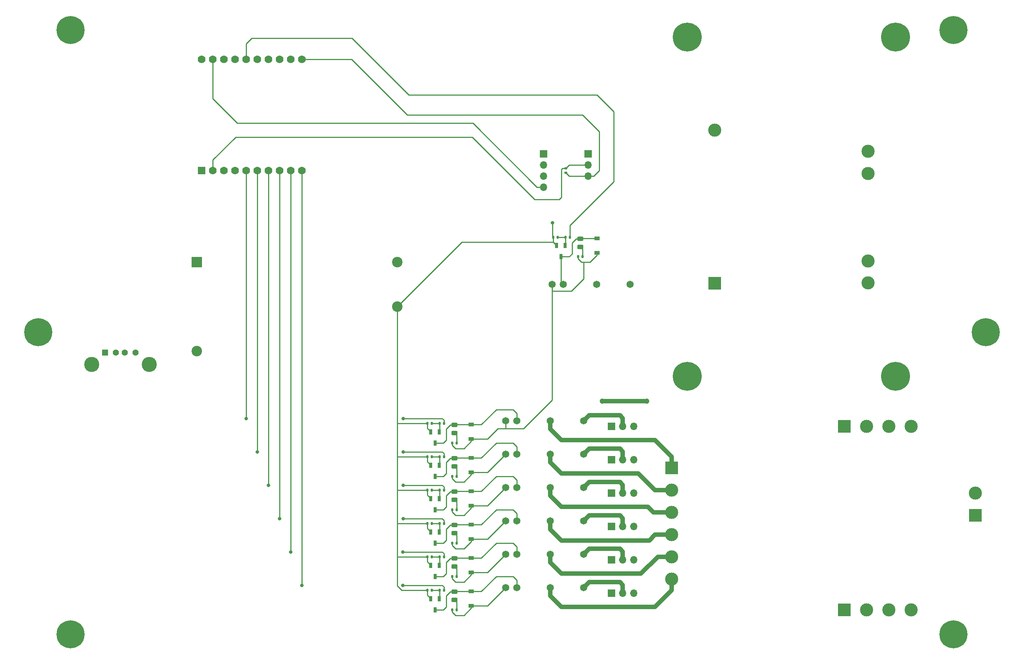
<source format=gbr>
%TF.GenerationSoftware,KiCad,Pcbnew,(6.0.0-0)*%
%TF.CreationDate,2022-12-23T14:22:00+01:00*%
%TF.ProjectId,garden-box,67617264-656e-42d6-926f-782e6b696361,rev?*%
%TF.SameCoordinates,Original*%
%TF.FileFunction,Copper,L1,Top*%
%TF.FilePolarity,Positive*%
%FSLAX46Y46*%
G04 Gerber Fmt 4.6, Leading zero omitted, Abs format (unit mm)*
G04 Created by KiCad (PCBNEW (6.0.0-0)) date 2022-12-23 14:22:00*
%MOMM*%
%LPD*%
G01*
G04 APERTURE LIST*
G04 Aperture macros list*
%AMRoundRect*
0 Rectangle with rounded corners*
0 $1 Rounding radius*
0 $2 $3 $4 $5 $6 $7 $8 $9 X,Y pos of 4 corners*
0 Add a 4 corners polygon primitive as box body*
4,1,4,$2,$3,$4,$5,$6,$7,$8,$9,$2,$3,0*
0 Add four circle primitives for the rounded corners*
1,1,$1+$1,$2,$3*
1,1,$1+$1,$4,$5*
1,1,$1+$1,$6,$7*
1,1,$1+$1,$8,$9*
0 Add four rect primitives between the rounded corners*
20,1,$1+$1,$2,$3,$4,$5,0*
20,1,$1+$1,$4,$5,$6,$7,0*
20,1,$1+$1,$6,$7,$8,$9,0*
20,1,$1+$1,$8,$9,$2,$3,0*%
G04 Aperture macros list end*
%TA.AperFunction,SMDPad,CuDef*%
%ADD10R,1.200000X0.900000*%
%TD*%
%TA.AperFunction,SMDPad,CuDef*%
%ADD11RoundRect,0.243750X-0.456250X0.243750X-0.456250X-0.243750X0.456250X-0.243750X0.456250X0.243750X0*%
%TD*%
%TA.AperFunction,ComponentPad*%
%ADD12R,1.700000X1.700000*%
%TD*%
%TA.AperFunction,ComponentPad*%
%ADD13O,1.700000X1.700000*%
%TD*%
%TA.AperFunction,ComponentPad*%
%ADD14R,2.400000X2.400000*%
%TD*%
%TA.AperFunction,ComponentPad*%
%ADD15C,2.400000*%
%TD*%
%TA.AperFunction,ComponentPad*%
%ADD16C,6.400000*%
%TD*%
%TA.AperFunction,ComponentPad*%
%ADD17C,0.800000*%
%TD*%
%TA.AperFunction,SMDPad,CuDef*%
%ADD18R,0.700000X1.250013*%
%TD*%
%TA.AperFunction,SMDPad,CuDef*%
%ADD19RoundRect,0.135000X-0.135000X-0.185000X0.135000X-0.185000X0.135000X0.185000X-0.135000X0.185000X0*%
%TD*%
%TA.AperFunction,ComponentPad*%
%ADD20R,3.000000X3.000000*%
%TD*%
%TA.AperFunction,ComponentPad*%
%ADD21C,3.000000*%
%TD*%
%TA.AperFunction,ComponentPad*%
%ADD22C,1.650000*%
%TD*%
%TA.AperFunction,ComponentPad*%
%ADD23R,1.778000X1.778000*%
%TD*%
%TA.AperFunction,ComponentPad*%
%ADD24C,1.778000*%
%TD*%
%TA.AperFunction,ComponentPad*%
%ADD25R,1.431000X1.431000*%
%TD*%
%TA.AperFunction,ComponentPad*%
%ADD26C,1.431000*%
%TD*%
%TA.AperFunction,ComponentPad*%
%ADD27C,3.450000*%
%TD*%
%TA.AperFunction,SMDPad,CuDef*%
%ADD28RoundRect,0.135000X0.135000X0.185000X-0.135000X0.185000X-0.135000X-0.185000X0.135000X-0.185000X0*%
%TD*%
%TA.AperFunction,ComponentPad*%
%ADD29C,6.600000*%
%TD*%
%TA.AperFunction,SMDPad,CuDef*%
%ADD30RoundRect,0.135000X-0.185000X0.135000X-0.185000X-0.135000X0.185000X-0.135000X0.185000X0.135000X0*%
%TD*%
%TA.AperFunction,ViaPad*%
%ADD31C,0.800000*%
%TD*%
%TA.AperFunction,ViaPad*%
%ADD32C,1.200000*%
%TD*%
%TA.AperFunction,Conductor*%
%ADD33C,0.250000*%
%TD*%
%TA.AperFunction,Conductor*%
%ADD34C,1.000000*%
%TD*%
G04 APERTURE END LIST*
D10*
%TO.P,D14,1,K*%
%TO.N,+5V*%
X135890000Y-152780000D03*
%TO.P,D14,2,A*%
%TO.N,Net-(D13-Pad1)*%
X135890000Y-149480000D03*
%TD*%
D11*
%TO.P,D13,1,K*%
%TO.N,Net-(D13-Pad1)*%
X132080000Y-149557500D03*
%TO.P,D13,2,A*%
%TO.N,Net-(D13-Pad2)*%
X132080000Y-151432500D03*
%TD*%
D10*
%TO.P,D12,1,K*%
%TO.N,+5V*%
X135890000Y-145160000D03*
%TO.P,D12,2,A*%
%TO.N,Net-(D11-Pad1)*%
X135890000Y-141860000D03*
%TD*%
D11*
%TO.P,D11,1,K*%
%TO.N,Net-(D11-Pad1)*%
X132080000Y-141937500D03*
%TO.P,D11,2,A*%
%TO.N,Net-(D11-Pad2)*%
X132080000Y-143812500D03*
%TD*%
D12*
%TO.P,J4,1,Pin_1*%
%TO.N,/relay transfo/Output 1*%
X167918080Y-111770000D03*
D13*
%TO.P,J4,2,Pin_2*%
%TO.N,/relay 1/Output 1*%
X170458080Y-111770000D03*
%TO.P,J4,3,Pin_3*%
%TO.N,Net-(J4-Pad3)*%
X172998080Y-111770000D03*
%TD*%
D14*
%TO.P,PS1,1,AC/N*%
%TO.N,Net-(J10-Pad2)*%
X73277500Y-74287500D03*
D15*
%TO.P,PS1,2,AC/L*%
%TO.N,/relay transfo/Output 1*%
X73277500Y-94607500D03*
%TO.P,PS1,3,-Vo*%
%TO.N,GND*%
X118997500Y-84447500D03*
%TO.P,PS1,4,+Vo*%
%TO.N,+5V*%
X118997500Y-74287500D03*
%TD*%
D16*
%TO.P,REF\u002A\u002A,1*%
%TO.N,N/C*%
X245900000Y-159240000D03*
D17*
X247597056Y-157542944D03*
X244202944Y-160937056D03*
X245900000Y-161640000D03*
X247597056Y-160937056D03*
X248300000Y-159240000D03*
X245900000Y-156840000D03*
X243500000Y-159240000D03*
X244202944Y-157542944D03*
%TD*%
D18*
%TO.P,Q7,1,E*%
%TO.N,GND*%
X126685038Y-151150318D03*
%TO.P,Q7,2,B*%
%TO.N,Net-(Q7-Pad2)*%
X128584962Y-151150318D03*
%TO.P,Q7,3,C*%
%TO.N,Net-(D13-Pad1)*%
X127635000Y-153649682D03*
%TD*%
D19*
%TO.P,R11,1*%
%TO.N,Net-(Q4-Pad2)*%
X128660000Y-126365000D03*
%TO.P,R11,2*%
%TO.N,/R3*%
X129680000Y-126365000D03*
%TD*%
%TO.P,R19,1*%
%TO.N,+5V*%
X131570000Y-146050000D03*
%TO.P,R19,2*%
%TO.N,Net-(D11-Pad2)*%
X132590000Y-146050000D03*
%TD*%
%TO.P,R4,1*%
%TO.N,+5V*%
X160272500Y-73023080D03*
%TO.P,R4,2*%
%TO.N,Net-(D1-Pad2)*%
X161292500Y-73023080D03*
%TD*%
D20*
%TO.P,J11,1,Pin_1*%
%TO.N,Net-(J10-Pad2)*%
X220980000Y-153670000D03*
D21*
%TO.P,J11,2,Pin_2*%
X226060000Y-153670000D03*
%TO.P,J11,3,Pin_3*%
X231140000Y-153670000D03*
%TO.P,J11,4,Pin_4*%
X236220000Y-153670000D03*
%TD*%
D12*
%TO.P,J8,1,Pin_1*%
%TO.N,/relay transfo/Output 1*%
X167918080Y-142250000D03*
D13*
%TO.P,J8,2,Pin_2*%
%TO.N,/relay 5/Output 1*%
X170458080Y-142250000D03*
%TO.P,J8,3,Pin_3*%
%TO.N,Net-(J4-Pad3)*%
X172998080Y-142250000D03*
%TD*%
D19*
%TO.P,R2,1*%
%TO.N,Net-(Q1-Pad2)*%
X157362500Y-68578080D03*
%TO.P,R2,2*%
%TO.N,/relay transfo/Logic input*%
X158382500Y-68578080D03*
%TD*%
D22*
%TO.P,K6,1*%
%TO.N,+5V*%
X143773080Y-140980000D03*
%TO.P,K6,2*%
%TO.N,Net-(D11-Pad1)*%
X146313080Y-140980000D03*
%TO.P,K6,5*%
%TO.N,/relay 5/Output 2*%
X153933080Y-140980000D03*
%TO.P,K6,8*%
%TO.N,/relay 5/Output 1*%
X161553080Y-140980000D03*
%TD*%
D11*
%TO.P,D9,1,K*%
%TO.N,Net-(D10-Pad2)*%
X132080000Y-134327500D03*
%TO.P,D9,2,A*%
%TO.N,Net-(D9-Pad2)*%
X132080000Y-136202500D03*
%TD*%
D19*
%TO.P,R20,1*%
%TO.N,Net-(Q7-Pad2)*%
X128660000Y-149225000D03*
%TO.P,R20,2*%
%TO.N,/R6*%
X129680000Y-149225000D03*
%TD*%
%TO.P,R5,1*%
%TO.N,Net-(Q2-Pad2)*%
X128660000Y-111125000D03*
%TO.P,R5,2*%
%TO.N,/R1*%
X129680000Y-111125000D03*
%TD*%
D12*
%TO.P,J9,1,Pin_1*%
%TO.N,/relay transfo/Output 1*%
X167918080Y-149870000D03*
D13*
%TO.P,J9,2,Pin_2*%
%TO.N,/relay 6/Output 1*%
X170458080Y-149870000D03*
%TO.P,J9,3,Pin_3*%
%TO.N,Net-(J4-Pad3)*%
X172998080Y-149870000D03*
%TD*%
D11*
%TO.P,D3,1,K*%
%TO.N,Net-(D3-Pad1)*%
X132080000Y-111457500D03*
%TO.P,D3,2,A*%
%TO.N,Net-(D3-Pad2)*%
X132080000Y-113332500D03*
%TD*%
D18*
%TO.P,Q3,1,E*%
%TO.N,GND*%
X126685038Y-120670318D03*
%TO.P,Q3,2,B*%
%TO.N,Net-(Q3-Pad2)*%
X128584962Y-120670318D03*
%TO.P,Q3,3,C*%
%TO.N,Net-(D5-Pad1)*%
X127635000Y-123169682D03*
%TD*%
D19*
%TO.P,R22,1*%
%TO.N,+5V*%
X131570000Y-153670000D03*
%TO.P,R22,2*%
%TO.N,Net-(D13-Pad2)*%
X132590000Y-153670000D03*
%TD*%
D23*
%TO.P,U1,1,+5V*%
%TO.N,+5V*%
X74425000Y-53380000D03*
D24*
%TO.P,U1,2,+3.3V_(out)*%
%TO.N,+3V3*%
X76965000Y-53380000D03*
%TO.P,U1,3,GND*%
%TO.N,GND*%
X79505000Y-53380000D03*
%TO.P,U1,4,ESP_EN*%
%TO.N,unconnected-(U1-Pad4)*%
X82045000Y-53380000D03*
%TO.P,U1,5,GPIO0*%
%TO.N,/R1*%
X84585000Y-53380000D03*
%TO.P,U1,6,GPIO1*%
%TO.N,/R2*%
X87125000Y-53380000D03*
%TO.P,U1,7,GPIO2*%
%TO.N,/R3*%
X89665000Y-53380000D03*
%TO.P,U1,8,GPIO3*%
%TO.N,/R4*%
X92205000Y-53380000D03*
%TO.P,U1,9,GPIO4*%
%TO.N,/R5*%
X94745000Y-53380000D03*
%TO.P,U1,10,GPIO5*%
%TO.N,/R6*%
X97285000Y-53380000D03*
%TO.P,U1,11,GPIO13*%
%TO.N,Net-(J1-Pad3)*%
X97285000Y-27980000D03*
%TO.P,U1,12,GPIO14*%
%TO.N,unconnected-(U1-Pad12)*%
X94745000Y-27980000D03*
%TO.P,U1,13,GPIO15*%
%TO.N,unconnected-(U1-Pad13)*%
X92205000Y-27980000D03*
%TO.P,U1,14,GPIO16*%
%TO.N,unconnected-(U1-Pad14)*%
X89665000Y-27980000D03*
%TO.P,U1,15,GPIO32*%
%TO.N,unconnected-(U1-Pad15)*%
X87125000Y-27980000D03*
%TO.P,U1,16,GPIO33*%
%TO.N,/relay transfo/Logic input*%
X84585000Y-27980000D03*
%TO.P,U1,17,GPIO34*%
%TO.N,unconnected-(U1-Pad17)*%
X82045000Y-27980000D03*
%TO.P,U1,18,GPIO35*%
%TO.N,unconnected-(U1-Pad18)*%
X79505000Y-27980000D03*
%TO.P,U1,19,GPIO36*%
%TO.N,Net-(J2-Pad4)*%
X76965000Y-27980000D03*
%TO.P,U1,20,GPIO39*%
%TO.N,unconnected-(U1-Pad20)*%
X74425000Y-27980000D03*
%TD*%
D19*
%TO.P,R16,1*%
%TO.N,+5V*%
X131570000Y-138440000D03*
%TO.P,R16,2*%
%TO.N,Net-(D9-Pad2)*%
X132590000Y-138440000D03*
%TD*%
D17*
%TO.P,REF\u002A\u002A,1*%
%TO.N,N/C*%
X44500000Y-161640000D03*
X42802944Y-157542944D03*
X42100000Y-159240000D03*
X46900000Y-159240000D03*
D16*
X44500000Y-159240000D03*
D17*
X44500000Y-156840000D03*
X46197056Y-160937056D03*
X46197056Y-157542944D03*
X42802944Y-160937056D03*
%TD*%
D19*
%TO.P,R7,1*%
%TO.N,+5V*%
X131570000Y-115570000D03*
%TO.P,R7,2*%
%TO.N,Net-(D3-Pad2)*%
X132590000Y-115570000D03*
%TD*%
D12*
%TO.P,J2,1,Pin_1*%
%TO.N,GND*%
X152400000Y-49530000D03*
D13*
%TO.P,J2,2,Pin_2*%
X152400000Y-52070000D03*
%TO.P,J2,3,Pin_3*%
%TO.N,+5V*%
X152400000Y-54610000D03*
%TO.P,J2,4,Pin_4*%
%TO.N,Net-(J2-Pad4)*%
X152400000Y-57150000D03*
%TD*%
D18*
%TO.P,Q6,1,E*%
%TO.N,GND*%
X126685038Y-143530318D03*
%TO.P,Q6,2,B*%
%TO.N,Net-(Q6-Pad2)*%
X128584962Y-143530318D03*
%TO.P,Q6,3,C*%
%TO.N,Net-(D11-Pad1)*%
X127635000Y-146029682D03*
%TD*%
D19*
%TO.P,R13,1*%
%TO.N,+5V*%
X131570000Y-130810000D03*
%TO.P,R13,2*%
%TO.N,Net-(D7-Pad2)*%
X132590000Y-130810000D03*
%TD*%
D25*
%TO.P,J3,1,VBUS*%
%TO.N,+5V*%
X52380000Y-94955000D03*
D26*
%TO.P,J3,2,D-*%
%TO.N,unconnected-(J3-Pad2)*%
X54880000Y-94955000D03*
%TO.P,J3,3,D+*%
%TO.N,unconnected-(J3-Pad3)*%
X56880000Y-94955000D03*
%TO.P,J3,4,GND*%
%TO.N,GND*%
X59380000Y-94955000D03*
D27*
%TO.P,J3,5,Shield*%
X62450000Y-97665000D03*
X49310000Y-97665000D03*
%TD*%
D16*
%TO.P,REF\u002A\u002A,1*%
%TO.N,N/C*%
X44500000Y-21240000D03*
D17*
X42802944Y-19542944D03*
X42802944Y-22937056D03*
X44500000Y-18840000D03*
X44500000Y-23640000D03*
X42100000Y-21240000D03*
X46197056Y-22937056D03*
X46900000Y-21240000D03*
X46197056Y-19542944D03*
%TD*%
D19*
%TO.P,R17,1*%
%TO.N,Net-(Q6-Pad2)*%
X128660000Y-141605000D03*
%TO.P,R17,2*%
%TO.N,/R5*%
X129680000Y-141605000D03*
%TD*%
D18*
%TO.P,Q5,1,E*%
%TO.N,GND*%
X126685038Y-135920318D03*
%TO.P,Q5,2,B*%
%TO.N,Net-(Q5-Pad2)*%
X128584962Y-135920318D03*
%TO.P,Q5,3,C*%
%TO.N,Net-(D10-Pad2)*%
X127635000Y-138419682D03*
%TD*%
D28*
%TO.P,R15,1*%
%TO.N,Net-(Q5-Pad2)*%
X126875000Y-133995000D03*
%TO.P,R15,2*%
%TO.N,GND*%
X125855000Y-133995000D03*
%TD*%
D11*
%TO.P,D7,1,K*%
%TO.N,Net-(D7-Pad1)*%
X132080000Y-126697500D03*
%TO.P,D7,2,A*%
%TO.N,Net-(D7-Pad2)*%
X132080000Y-128572500D03*
%TD*%
D18*
%TO.P,Q1,1,E*%
%TO.N,GND*%
X155387538Y-70503398D03*
%TO.P,Q1,2,B*%
%TO.N,Net-(Q1-Pad2)*%
X157287462Y-70503398D03*
%TO.P,Q1,3,C*%
%TO.N,Net-(D1-Pad1)*%
X156337500Y-73002762D03*
%TD*%
D22*
%TO.P,K2,1*%
%TO.N,+5V*%
X143773080Y-110500000D03*
%TO.P,K2,2*%
%TO.N,Net-(D3-Pad1)*%
X146313080Y-110500000D03*
%TO.P,K2,5*%
%TO.N,/relay 1/Output 2*%
X153933080Y-110500000D03*
%TO.P,K2,8*%
%TO.N,/relay 1/Output 1*%
X161553080Y-110500000D03*
%TD*%
D19*
%TO.P,R8,1*%
%TO.N,Net-(Q3-Pad2)*%
X128660000Y-118745000D03*
%TO.P,R8,2*%
%TO.N,/R2*%
X129680000Y-118745000D03*
%TD*%
D28*
%TO.P,R12,1*%
%TO.N,Net-(Q4-Pad2)*%
X126875000Y-126365000D03*
%TO.P,R12,2*%
%TO.N,GND*%
X125855000Y-126365000D03*
%TD*%
D12*
%TO.P,J1,1,Pin_1*%
%TO.N,GND*%
X162560000Y-49530000D03*
D13*
%TO.P,J1,2,Pin_2*%
%TO.N,+3V3*%
X162560000Y-52070000D03*
%TO.P,J1,3,Pin_3*%
%TO.N,Net-(J1-Pad3)*%
X162560000Y-54610000D03*
%TD*%
D20*
%TO.P,J12,1,Pin_1*%
%TO.N,Net-(J12-Pad1)*%
X220980000Y-111760000D03*
D21*
%TO.P,J12,2,Pin_2*%
X226060000Y-111760000D03*
%TO.P,J12,3,Pin_3*%
X231140000Y-111760000D03*
%TO.P,J12,4,Pin_4*%
X236220000Y-111760000D03*
%TD*%
D20*
%TO.P,T1,1,AA*%
%TO.N,/relay transfo/Output 2*%
X191415000Y-79095000D03*
D21*
%TO.P,T1,2,AB*%
%TO.N,Net-(J10-Pad2)*%
X191415000Y-44095000D03*
%TO.P,T1,3,SA*%
%TO.N,Net-(J4-Pad3)*%
X226415000Y-48995000D03*
%TO.P,T1,4,SB*%
%TO.N,Net-(T1-Pad4)*%
X226415000Y-53995000D03*
%TO.P,T1,5,SC*%
X226415000Y-73995000D03*
%TO.P,T1,6,SD*%
%TO.N,Net-(J12-Pad1)*%
X226415000Y-78995000D03*
D29*
%TO.P,T1,MH1*%
%TO.N,N/C*%
X185165000Y-100345000D03*
%TO.P,T1,MH2*%
X185165000Y-22845000D03*
%TO.P,T1,MH3*%
X232665000Y-22845000D03*
%TO.P,T1,MH4*%
X232665000Y-100345000D03*
%TD*%
D10*
%TO.P,D8,1,K*%
%TO.N,+5V*%
X135890000Y-129920000D03*
%TO.P,D8,2,A*%
%TO.N,Net-(D7-Pad1)*%
X135890000Y-126620000D03*
%TD*%
D20*
%TO.P,J13,1,Pin_1*%
%TO.N,/relay 1/Output 2*%
X181610000Y-121285000D03*
D21*
%TO.P,J13,2,Pin_2*%
%TO.N,/relay 2/Output 2*%
X181610000Y-126365000D03*
%TO.P,J13,3,Pin_3*%
%TO.N,/relay 3/Output 2*%
X181610000Y-131445000D03*
%TO.P,J13,4,Pin_4*%
%TO.N,/relay 4/Output 2*%
X181610000Y-136525000D03*
%TO.P,J13,5,Pin_5*%
%TO.N,/relay 5/Output 2*%
X181610000Y-141605000D03*
%TO.P,J13,6,Pin_6*%
%TO.N,/relay 6/Output 2*%
X181610000Y-146685000D03*
%TD*%
D17*
%TO.P,REF\u002A\u002A,1*%
%TO.N,N/C*%
X38897056Y-88542944D03*
X37200000Y-92640000D03*
X35502944Y-91937056D03*
X34800000Y-90240000D03*
X38897056Y-91937056D03*
X37200000Y-87840000D03*
X39600000Y-90240000D03*
X35502944Y-88542944D03*
D16*
X37200000Y-90240000D03*
%TD*%
D12*
%TO.P,J5,1,Pin_1*%
%TO.N,/relay transfo/Output 1*%
X167918080Y-119390000D03*
D13*
%TO.P,J5,2,Pin_2*%
%TO.N,/relay 2/Output 1*%
X170458080Y-119390000D03*
%TO.P,J5,3,Pin_3*%
%TO.N,Net-(J4-Pad3)*%
X172998080Y-119390000D03*
%TD*%
D17*
%TO.P,REF\u002A\u002A,1*%
%TO.N,N/C*%
X251502944Y-88542944D03*
X253200000Y-92640000D03*
D16*
X253200000Y-90240000D03*
D17*
X254897056Y-88542944D03*
X251502944Y-91937056D03*
X254897056Y-91937056D03*
X250800000Y-90240000D03*
X253200000Y-87840000D03*
X255600000Y-90240000D03*
%TD*%
D22*
%TO.P,K7,1*%
%TO.N,+5V*%
X143773080Y-148600000D03*
%TO.P,K7,2*%
%TO.N,Net-(D13-Pad1)*%
X146313080Y-148600000D03*
%TO.P,K7,5*%
%TO.N,/relay 6/Output 2*%
X153933080Y-148600000D03*
%TO.P,K7,8*%
%TO.N,/relay 6/Output 1*%
X161553080Y-148600000D03*
%TD*%
D12*
%TO.P,J7,1,Pin_1*%
%TO.N,/relay transfo/Output 1*%
X167918080Y-134640000D03*
D13*
%TO.P,J7,2,Pin_2*%
%TO.N,/relay 4/Output 1*%
X170458080Y-134640000D03*
%TO.P,J7,3,Pin_3*%
%TO.N,Net-(J4-Pad3)*%
X172998080Y-134640000D03*
%TD*%
D19*
%TO.P,R14,1*%
%TO.N,Net-(Q5-Pad2)*%
X128660000Y-133995000D03*
%TO.P,R14,2*%
%TO.N,/R4*%
X129680000Y-133995000D03*
%TD*%
D22*
%TO.P,K3,1*%
%TO.N,+5V*%
X143773080Y-118120000D03*
%TO.P,K3,2*%
%TO.N,Net-(D5-Pad1)*%
X146313080Y-118120000D03*
%TO.P,K3,5*%
%TO.N,/relay 2/Output 2*%
X153933080Y-118120000D03*
%TO.P,K3,8*%
%TO.N,/relay 2/Output 1*%
X161553080Y-118120000D03*
%TD*%
D10*
%TO.P,D4,1,K*%
%TO.N,+5V*%
X135890000Y-114680000D03*
%TO.P,D4,2,A*%
%TO.N,Net-(D3-Pad1)*%
X135890000Y-111380000D03*
%TD*%
D22*
%TO.P,K5,1*%
%TO.N,+5V*%
X143773080Y-133370000D03*
%TO.P,K5,2*%
%TO.N,Net-(D10-Pad2)*%
X146313080Y-133370000D03*
%TO.P,K5,5*%
%TO.N,/relay 4/Output 2*%
X153933080Y-133370000D03*
%TO.P,K5,8*%
%TO.N,/relay 4/Output 1*%
X161553080Y-133370000D03*
%TD*%
D12*
%TO.P,J6,1,Pin_1*%
%TO.N,/relay transfo/Output 1*%
X167918080Y-127010000D03*
D13*
%TO.P,J6,2,Pin_2*%
%TO.N,/relay 3/Output 1*%
X170458080Y-127010000D03*
%TO.P,J6,3,Pin_3*%
%TO.N,Net-(J4-Pad3)*%
X172998080Y-127010000D03*
%TD*%
D30*
%TO.P,R1,1*%
%TO.N,+3V3*%
X157480000Y-52830000D03*
%TO.P,R1,2*%
%TO.N,Net-(J1-Pad3)*%
X157480000Y-53850000D03*
%TD*%
D22*
%TO.P,K4,1*%
%TO.N,+5V*%
X143773080Y-125740000D03*
%TO.P,K4,2*%
%TO.N,Net-(D7-Pad1)*%
X146313080Y-125740000D03*
%TO.P,K4,5*%
%TO.N,/relay 3/Output 2*%
X153933080Y-125740000D03*
%TO.P,K4,8*%
%TO.N,/relay 3/Output 1*%
X161553080Y-125740000D03*
%TD*%
D28*
%TO.P,R18,1*%
%TO.N,Net-(Q6-Pad2)*%
X126875000Y-141605000D03*
%TO.P,R18,2*%
%TO.N,GND*%
X125855000Y-141605000D03*
%TD*%
D11*
%TO.P,D1,1,K*%
%TO.N,Net-(D1-Pad1)*%
X160782500Y-68910580D03*
%TO.P,D1,2,A*%
%TO.N,Net-(D1-Pad2)*%
X160782500Y-70785580D03*
%TD*%
D19*
%TO.P,R10,1*%
%TO.N,+5V*%
X131570000Y-123190000D03*
%TO.P,R10,2*%
%TO.N,Net-(D5-Pad2)*%
X132590000Y-123190000D03*
%TD*%
D28*
%TO.P,R21,1*%
%TO.N,Net-(Q7-Pad2)*%
X126875000Y-149225000D03*
%TO.P,R21,2*%
%TO.N,GND*%
X125855000Y-149225000D03*
%TD*%
D10*
%TO.P,D6,1,K*%
%TO.N,+5V*%
X135890000Y-122300000D03*
%TO.P,D6,2,A*%
%TO.N,Net-(D5-Pad1)*%
X135890000Y-119000000D03*
%TD*%
D16*
%TO.P,REF\u002A\u002A,1*%
%TO.N,N/C*%
X245900000Y-21240000D03*
D17*
X248300000Y-21240000D03*
X247597056Y-19542944D03*
X245900000Y-23640000D03*
X247597056Y-22937056D03*
X245900000Y-18840000D03*
X243500000Y-21240000D03*
X244202944Y-19542944D03*
X244202944Y-22937056D03*
%TD*%
D18*
%TO.P,Q2,1,E*%
%TO.N,GND*%
X126685038Y-113050318D03*
%TO.P,Q2,2,B*%
%TO.N,Net-(Q2-Pad2)*%
X128584962Y-113050318D03*
%TO.P,Q2,3,C*%
%TO.N,Net-(D3-Pad1)*%
X127635000Y-115549682D03*
%TD*%
D28*
%TO.P,R6,1*%
%TO.N,Net-(Q2-Pad2)*%
X126875000Y-111125000D03*
%TO.P,R6,2*%
%TO.N,GND*%
X125855000Y-111125000D03*
%TD*%
%TO.P,R3,1*%
%TO.N,Net-(Q1-Pad2)*%
X155577500Y-68578080D03*
%TO.P,R3,2*%
%TO.N,GND*%
X154557500Y-68578080D03*
%TD*%
D10*
%TO.P,D2,1,K*%
%TO.N,+5V*%
X164592500Y-72133080D03*
%TO.P,D2,2,A*%
%TO.N,Net-(D1-Pad1)*%
X164592500Y-68833080D03*
%TD*%
D28*
%TO.P,R9,1*%
%TO.N,Net-(Q3-Pad2)*%
X126875000Y-118745000D03*
%TO.P,R9,2*%
%TO.N,GND*%
X125855000Y-118745000D03*
%TD*%
D18*
%TO.P,Q4,1,E*%
%TO.N,GND*%
X126685038Y-128290318D03*
%TO.P,Q4,2,B*%
%TO.N,Net-(Q4-Pad2)*%
X128584962Y-128290318D03*
%TO.P,Q4,3,C*%
%TO.N,Net-(D7-Pad1)*%
X127635000Y-130789682D03*
%TD*%
D22*
%TO.P,K1,1*%
%TO.N,+5V*%
X154305000Y-79375000D03*
%TO.P,K1,2*%
%TO.N,Net-(D1-Pad1)*%
X156845000Y-79375000D03*
%TO.P,K1,5*%
%TO.N,/relay transfo/Output 2*%
X164465000Y-79375000D03*
%TO.P,K1,8*%
%TO.N,/relay transfo/Output 1*%
X172085000Y-79375000D03*
%TD*%
D20*
%TO.P,J10,1,Pin_1*%
%TO.N,/relay transfo/Output 1*%
X250825000Y-132080000D03*
D21*
%TO.P,J10,2,Pin_2*%
%TO.N,Net-(J10-Pad2)*%
X250825000Y-127000000D03*
%TD*%
D10*
%TO.P,D10,1,K*%
%TO.N,+5V*%
X135890000Y-137550000D03*
%TO.P,D10,2,A*%
%TO.N,Net-(D10-Pad2)*%
X135890000Y-134250000D03*
%TD*%
D11*
%TO.P,D5,1,K*%
%TO.N,Net-(D5-Pad1)*%
X132080000Y-119077500D03*
%TO.P,D5,2,A*%
%TO.N,Net-(D5-Pad2)*%
X132080000Y-120952500D03*
%TD*%
D31*
%TO.N,/R6*%
X120269000Y-148082000D03*
X97285000Y-148079000D03*
%TO.N,/R5*%
X120269000Y-140462000D03*
X94742000Y-140462000D03*
%TO.N,/R4*%
X92205000Y-132845000D03*
X120396000Y-132842000D03*
%TO.N,/R3*%
X120396000Y-125222000D03*
X89665000Y-125225000D03*
%TO.N,/R2*%
X120396000Y-117602000D03*
X87125000Y-117599000D03*
%TO.N,/R1*%
X120396000Y-109982000D03*
X84585000Y-109979000D03*
%TO.N,GND*%
X154432000Y-65278000D03*
D32*
%TO.N,Net-(J10-Pad2)*%
X165735000Y-106045000D03*
X175895000Y-106045000D03*
%TD*%
D33*
%TO.N,Net-(D11-Pad2)*%
X132590000Y-146050000D02*
X132590000Y-144322500D01*
X132590000Y-144322500D02*
X132080000Y-143812500D01*
%TO.N,Net-(D13-Pad2)*%
X132590000Y-153670000D02*
X132590000Y-151942500D01*
X132590000Y-151942500D02*
X132080000Y-151432500D01*
%TO.N,/R6*%
X97285000Y-53380000D02*
X97285000Y-148079000D01*
X129273000Y-148082000D02*
X120269000Y-148082000D01*
%TO.N,/R5*%
X94742000Y-115316000D02*
X94742000Y-140462000D01*
X129273000Y-140462000D02*
X120269000Y-140462000D01*
%TO.N,/R4*%
X120421400Y-132867400D02*
X120396000Y-132842000D01*
X92205000Y-53380000D02*
X92205000Y-132845000D01*
X129298400Y-132867400D02*
X120421400Y-132867400D01*
X129692400Y-134010400D02*
X129692400Y-133261400D01*
X129692400Y-133261400D02*
X129298400Y-132867400D01*
%TO.N,/R3*%
X129273000Y-125222000D02*
X120396000Y-125222000D01*
X89665000Y-53380000D02*
X89665000Y-125225000D01*
%TO.N,/R2*%
X129273000Y-117602000D02*
X120396000Y-117602000D01*
X87125000Y-53380000D02*
X87125000Y-117599000D01*
%TO.N,/R6*%
X129667000Y-148476000D02*
X129273000Y-148082000D01*
X129667000Y-149225000D02*
X129667000Y-148476000D01*
%TO.N,/R5*%
X129667000Y-140856000D02*
X129273000Y-140462000D01*
X129667000Y-141605000D02*
X129667000Y-140856000D01*
%TO.N,/R3*%
X129667000Y-125616000D02*
X129273000Y-125222000D01*
X129667000Y-126365000D02*
X129667000Y-125616000D01*
%TO.N,/R2*%
X129667000Y-117996000D02*
X129273000Y-117602000D01*
X129667000Y-118745000D02*
X129667000Y-117996000D01*
%TO.N,/R1*%
X84585000Y-53380000D02*
X84585000Y-109979000D01*
X129286000Y-109982000D02*
X120396000Y-109982000D01*
X129680000Y-110376000D02*
X129286000Y-109982000D01*
X129680000Y-111125000D02*
X129680000Y-110376000D01*
%TO.N,GND*%
X118997500Y-84447500D02*
X118997500Y-111123500D01*
X118997500Y-111123500D02*
X118997500Y-118746500D01*
X125855000Y-111125000D02*
X118999000Y-111125000D01*
X118999000Y-111125000D02*
X118997500Y-111123500D01*
X118997500Y-118746500D02*
X118997500Y-126363500D01*
X118999000Y-118745000D02*
X118997500Y-118746500D01*
X125855000Y-118745000D02*
X118999000Y-118745000D01*
X118997500Y-126363500D02*
X118997500Y-133986500D01*
X125855000Y-126365000D02*
X118999000Y-126365000D01*
X118999000Y-126365000D02*
X118997500Y-126363500D01*
X118997500Y-133986500D02*
X118997500Y-141606500D01*
X125855000Y-133995000D02*
X119006000Y-133995000D01*
X119006000Y-133995000D02*
X118997500Y-133986500D01*
X118997500Y-141606500D02*
X118997500Y-148207500D01*
X125855000Y-141605000D02*
X118999000Y-141605000D01*
X118999000Y-141605000D02*
X118997500Y-141606500D01*
X125855000Y-149225000D02*
X120015000Y-149225000D01*
X120015000Y-149225000D02*
X118997500Y-148207500D01*
X154557500Y-69673360D02*
X133771640Y-69673360D01*
X133771640Y-69673360D02*
X118997500Y-84447500D01*
X154432000Y-68452580D02*
X154557500Y-68578080D01*
X154432000Y-65278000D02*
X154432000Y-68452580D01*
%TO.N,/R5*%
X94745000Y-115313000D02*
X94742000Y-115316000D01*
X94745000Y-53380000D02*
X94745000Y-115313000D01*
%TO.N,/relay transfo/Logic input*%
X158382500Y-68578080D02*
X158382500Y-65899500D01*
X84585000Y-24387000D02*
X84585000Y-27980000D01*
X158382500Y-65899500D02*
X168402000Y-55880000D01*
X168402000Y-55880000D02*
X168402000Y-39878000D01*
X121666000Y-36068000D02*
X108712000Y-23114000D01*
X168402000Y-39878000D02*
X164592000Y-36068000D01*
X164592000Y-36068000D02*
X121666000Y-36068000D01*
X108712000Y-23114000D02*
X85852000Y-23114000D01*
X85852000Y-23114000D02*
X84582000Y-24384000D01*
X84582000Y-24384000D02*
X84585000Y-24387000D01*
%TO.N,Net-(J2-Pad4)*%
X82550000Y-42545000D02*
X136271000Y-42545000D01*
X152400000Y-57150000D02*
X150876000Y-57150000D01*
X150876000Y-57150000D02*
X136271000Y-42545000D01*
%TO.N,+3V3*%
X158242000Y-52070000D02*
X162560000Y-52070000D01*
X157480000Y-52830000D02*
X157482000Y-52830000D01*
X157482000Y-52830000D02*
X158242000Y-52070000D01*
X76965000Y-53380000D02*
X76965000Y-50930000D01*
X156464000Y-53086000D02*
X156720000Y-52830000D01*
X76965000Y-50930000D02*
X82175000Y-45720000D01*
X150368000Y-59944000D02*
X155956000Y-59944000D01*
X82175000Y-45720000D02*
X136144000Y-45720000D01*
X136144000Y-45720000D02*
X150368000Y-59944000D01*
X156464000Y-59436000D02*
X156464000Y-53086000D01*
X155956000Y-59944000D02*
X156464000Y-59436000D01*
X156720000Y-52830000D02*
X157480000Y-52830000D01*
%TO.N,+5V*%
X141995540Y-112277540D02*
X143773540Y-112277540D01*
X143773540Y-112277540D02*
X147818460Y-112277540D01*
X143773080Y-110500000D02*
X143773080Y-112277080D01*
X143773080Y-112277080D02*
X143773540Y-112277540D01*
X154305000Y-105791000D02*
X154305000Y-80899000D01*
X161535000Y-74303080D02*
X161535000Y-78113080D01*
X158750000Y-80898080D02*
X154305920Y-80898080D01*
X154305000Y-80899000D02*
X154305000Y-79375000D01*
X161535000Y-78113080D02*
X158750000Y-80898080D01*
X154305920Y-80898080D02*
X154305000Y-80899000D01*
X141995540Y-112277540D02*
X139593080Y-114680000D01*
X147818460Y-112277540D02*
X154305000Y-105791000D01*
X143773080Y-118120000D02*
X139593080Y-122300000D01*
D34*
%TO.N,Net-(J10-Pad2)*%
X175895000Y-106045000D02*
X165735000Y-106045000D01*
%TO.N,/relay 6/Output 2*%
X153933080Y-148600000D02*
X153933080Y-150505000D01*
X153933080Y-150505000D02*
X156473080Y-153045000D01*
X156473080Y-153045000D02*
X177790000Y-153045000D01*
X177790000Y-153045000D02*
X181610000Y-149225000D01*
X181610000Y-149225000D02*
X181610000Y-146685000D01*
%TO.N,/relay 5/Output 2*%
X174615000Y-145425000D02*
X178435000Y-141605000D01*
X156473080Y-145425000D02*
X174615000Y-145425000D01*
X178435000Y-141605000D02*
X181610000Y-141605000D01*
X153933080Y-140980000D02*
X153933080Y-142885000D01*
X153933080Y-142885000D02*
X156473080Y-145425000D01*
%TO.N,/relay 4/Output 2*%
X153933080Y-133370000D02*
X153933080Y-135275000D01*
X177800000Y-136525000D02*
X181610000Y-136525000D01*
X153933080Y-135275000D02*
X156473080Y-137815000D01*
X156473080Y-137815000D02*
X176510000Y-137815000D01*
X176510000Y-137815000D02*
X177800000Y-136525000D01*
%TO.N,/relay 3/Output 2*%
X176158080Y-130185000D02*
X177418080Y-131445000D01*
X177418080Y-131445000D02*
X181610000Y-131445000D01*
%TO.N,/relay 2/Output 2*%
X174000000Y-122565000D02*
X177800000Y-126365000D01*
X156473080Y-122565000D02*
X174000000Y-122565000D01*
X177800000Y-126365000D02*
X181610000Y-126365000D01*
%TO.N,/relay 1/Output 2*%
X153933080Y-110500000D02*
X153933080Y-112405000D01*
X153933080Y-112405000D02*
X156473080Y-114945000D01*
X177810000Y-114945000D02*
X181610000Y-118745000D01*
X156473080Y-114945000D02*
X177810000Y-114945000D01*
X181610000Y-118745000D02*
X181610000Y-121285000D01*
D33*
%TO.N,Net-(D1-Pad1)*%
X156337500Y-73002762D02*
X156337500Y-78867500D01*
X156337500Y-73002762D02*
X158262818Y-73002762D01*
X158262818Y-73002762D02*
X158877500Y-72388080D01*
X160860000Y-68833080D02*
X160782500Y-68910580D01*
X158877500Y-69848080D02*
X159815000Y-68910580D01*
X158877500Y-72388080D02*
X158877500Y-69848080D01*
X159815000Y-68910580D02*
X160782500Y-68910580D01*
X156337500Y-78867500D02*
X156845000Y-79375000D01*
X164592500Y-68833080D02*
X160860000Y-68833080D01*
%TO.N,Net-(D1-Pad2)*%
X161292500Y-71295580D02*
X160782500Y-70785580D01*
X161292500Y-73023080D02*
X161292500Y-71295580D01*
%TO.N,+5V*%
X143773080Y-133370000D02*
X139593080Y-137550000D01*
X131570000Y-154176920D02*
X131570000Y-153670000D01*
X131570000Y-123696920D02*
X131570000Y-123190000D01*
X162950580Y-74303080D02*
X161535000Y-74303080D01*
X143773080Y-125740000D02*
X139593080Y-129920000D01*
X135890000Y-129920000D02*
X135890000Y-130448080D01*
X160272500Y-73530000D02*
X160272500Y-73023080D01*
X143773080Y-148600000D02*
X139593080Y-152780000D01*
X135890000Y-122300000D02*
X135890000Y-122828080D01*
X135890000Y-114680000D02*
X135890000Y-115208080D01*
X143773080Y-140980000D02*
X139593080Y-145160000D01*
X135890000Y-138078080D02*
X134248080Y-139720000D01*
X134248080Y-154950000D02*
X132343080Y-154950000D01*
X135890000Y-137550000D02*
X135890000Y-138078080D01*
X139593080Y-129920000D02*
X135890000Y-129920000D01*
X134248080Y-124470000D02*
X132343080Y-124470000D01*
X164592500Y-72661160D02*
X162950580Y-74303080D01*
X161535000Y-74303080D02*
X161045580Y-74303080D01*
X139593080Y-137550000D02*
X135890000Y-137550000D01*
X132343080Y-154950000D02*
X131570000Y-154176920D01*
X132343080Y-139720000D02*
X131570000Y-138946920D01*
X135890000Y-115208080D02*
X134248080Y-116850000D01*
X134248080Y-132090000D02*
X132343080Y-132090000D01*
X139593080Y-152780000D02*
X135890000Y-152780000D01*
X161045580Y-74303080D02*
X160272500Y-73530000D01*
X131570000Y-138946920D02*
X131570000Y-138440000D01*
X131570000Y-131316920D02*
X131570000Y-130810000D01*
X132343080Y-132090000D02*
X131570000Y-131316920D01*
X132343080Y-116850000D02*
X131570000Y-116076920D01*
X135890000Y-130448080D02*
X134248080Y-132090000D01*
X135890000Y-153308080D02*
X134248080Y-154950000D01*
X132343080Y-147330000D02*
X131570000Y-146556920D01*
X134248080Y-116850000D02*
X132343080Y-116850000D01*
X135890000Y-145688080D02*
X134248080Y-147330000D01*
X135890000Y-152780000D02*
X135890000Y-153308080D01*
X131570000Y-116076920D02*
X131570000Y-115570000D01*
X134248080Y-147330000D02*
X132343080Y-147330000D01*
X135890000Y-122828080D02*
X134248080Y-124470000D01*
X139593080Y-114680000D02*
X135890000Y-114680000D01*
X164592500Y-72133080D02*
X164592500Y-72661160D01*
X134248080Y-139720000D02*
X132343080Y-139720000D01*
X139593080Y-122300000D02*
X135890000Y-122300000D01*
X132343080Y-124470000D02*
X131570000Y-123696920D01*
X131570000Y-146556920D02*
X131570000Y-146050000D01*
X135890000Y-145160000D02*
X135890000Y-145688080D01*
X139593080Y-145160000D02*
X135890000Y-145160000D01*
%TO.N,GND*%
X125855000Y-127460280D02*
X126685038Y-128290318D01*
X125855000Y-150320280D02*
X126685038Y-151150318D01*
X125855000Y-111125000D02*
X125855000Y-112220280D01*
X125855000Y-149225000D02*
X125855000Y-150320280D01*
X125855000Y-126365000D02*
X125855000Y-127460280D01*
X125855000Y-135090280D02*
X126685038Y-135920318D01*
X125855000Y-133995000D02*
X125855000Y-135090280D01*
X154557500Y-69673360D02*
X155387538Y-70503398D01*
X125855000Y-118745000D02*
X125855000Y-119840280D01*
X125855000Y-141605000D02*
X125855000Y-142700280D01*
X125855000Y-112220280D02*
X126685038Y-113050318D01*
X125855000Y-119840280D02*
X126685038Y-120670318D01*
X125855000Y-142700280D02*
X126685038Y-143530318D01*
X154557500Y-68578080D02*
X154557500Y-69673360D01*
%TO.N,Net-(Q1-Pad2)*%
X157362500Y-70428360D02*
X157287462Y-70503398D01*
X157362500Y-68578080D02*
X157362500Y-70428360D01*
X157362500Y-68578080D02*
X155577500Y-68578080D01*
%TO.N,Net-(D3-Pad1)*%
X145415000Y-107950000D02*
X146313080Y-108848080D01*
X138175000Y-111380000D02*
X141605000Y-107950000D01*
X131112500Y-111457500D02*
X132080000Y-111457500D01*
X135890000Y-111380000D02*
X132157500Y-111380000D01*
X127635000Y-115549682D02*
X129560318Y-115549682D01*
X132157500Y-111380000D02*
X132080000Y-111457500D01*
X130175000Y-114935000D02*
X130175000Y-112395000D01*
X141605000Y-107950000D02*
X145415000Y-107950000D01*
X135890000Y-111380000D02*
X138175000Y-111380000D01*
X130175000Y-112395000D02*
X131112500Y-111457500D01*
X129560318Y-115549682D02*
X130175000Y-114935000D01*
X146313080Y-108848080D02*
X146313080Y-110500000D01*
%TO.N,Net-(D3-Pad2)*%
X132590000Y-115570000D02*
X132590000Y-113842500D01*
X132590000Y-113842500D02*
X132080000Y-113332500D01*
%TO.N,Net-(D5-Pad1)*%
X130175000Y-122555000D02*
X130175000Y-120015000D01*
X138175000Y-119000000D02*
X141605000Y-115570000D01*
X130175000Y-120015000D02*
X131112500Y-119077500D01*
X129560318Y-123169682D02*
X130175000Y-122555000D01*
X145415000Y-115570000D02*
X146313080Y-116468080D01*
X146313080Y-116468080D02*
X146313080Y-118120000D01*
X132157500Y-119000000D02*
X132080000Y-119077500D01*
X127635000Y-123169682D02*
X129560318Y-123169682D01*
X135890000Y-119000000D02*
X132157500Y-119000000D01*
X131112500Y-119077500D02*
X132080000Y-119077500D01*
X141605000Y-115570000D02*
X145415000Y-115570000D01*
X135890000Y-119000000D02*
X138175000Y-119000000D01*
%TO.N,Net-(D5-Pad2)*%
X132590000Y-121462500D02*
X132080000Y-120952500D01*
X132590000Y-123190000D02*
X132590000Y-121462500D01*
%TO.N,Net-(D7-Pad1)*%
X129560318Y-130789682D02*
X130175000Y-130175000D01*
X141605000Y-123190000D02*
X145415000Y-123190000D01*
X131112500Y-126697500D02*
X132080000Y-126697500D01*
X135890000Y-126620000D02*
X138175000Y-126620000D01*
X130175000Y-130175000D02*
X130175000Y-127635000D01*
X130175000Y-127635000D02*
X131112500Y-126697500D01*
X127635000Y-130789682D02*
X129560318Y-130789682D01*
X135890000Y-126620000D02*
X132157500Y-126620000D01*
X132157500Y-126620000D02*
X132080000Y-126697500D01*
X138175000Y-126620000D02*
X141605000Y-123190000D01*
X145415000Y-123190000D02*
X146313080Y-124088080D01*
X146313080Y-124088080D02*
X146313080Y-125740000D01*
%TO.N,Net-(D7-Pad2)*%
X132590000Y-129082500D02*
X132080000Y-128572500D01*
X132590000Y-130810000D02*
X132590000Y-129082500D01*
%TO.N,Net-(D10-Pad2)*%
X135890000Y-134250000D02*
X132157500Y-134250000D01*
X141605000Y-130820000D02*
X145415000Y-130820000D01*
X132157500Y-134250000D02*
X132080000Y-134327500D01*
X145415000Y-130820000D02*
X146313080Y-131718080D01*
X138175000Y-134250000D02*
X141605000Y-130820000D01*
X129560318Y-138419682D02*
X130175000Y-137805000D01*
X130175000Y-137805000D02*
X130175000Y-135265000D01*
X146313080Y-131718080D02*
X146313080Y-133370000D01*
X135890000Y-134250000D02*
X138175000Y-134250000D01*
X130175000Y-135265000D02*
X131112500Y-134327500D01*
X131112500Y-134327500D02*
X132080000Y-134327500D01*
X127635000Y-138419682D02*
X129560318Y-138419682D01*
%TO.N,Net-(D9-Pad2)*%
X132590000Y-136712500D02*
X132080000Y-136202500D01*
X132590000Y-138440000D02*
X132590000Y-136712500D01*
%TO.N,Net-(D11-Pad1)*%
X132157500Y-141860000D02*
X138175000Y-141860000D01*
X146313080Y-139328080D02*
X146313080Y-140980000D01*
X132157500Y-141860000D02*
X132080000Y-141937500D01*
X141605000Y-138430000D02*
X145415000Y-138430000D01*
X131112500Y-141937500D02*
X132080000Y-141937500D01*
X130175000Y-142875000D02*
X131112500Y-141937500D01*
X127635000Y-146029682D02*
X129560318Y-146029682D01*
X129560318Y-146029682D02*
X130175000Y-145415000D01*
X138175000Y-141860000D02*
X141605000Y-138430000D01*
X130175000Y-145415000D02*
X130175000Y-142875000D01*
X145415000Y-138430000D02*
X146313080Y-139328080D01*
%TO.N,Net-(D13-Pad1)*%
X132157500Y-149480000D02*
X138175000Y-149480000D01*
X138175000Y-149480000D02*
X141605000Y-146050000D01*
X146313080Y-146948080D02*
X146313080Y-148600000D01*
X130175000Y-153035000D02*
X130175000Y-150495000D01*
X127635000Y-153649682D02*
X129560318Y-153649682D01*
X141605000Y-146050000D02*
X145415000Y-146050000D01*
X145415000Y-146050000D02*
X146313080Y-146948080D01*
X131112500Y-149557500D02*
X132080000Y-149557500D01*
X130175000Y-150495000D02*
X131112500Y-149557500D01*
X132157500Y-149480000D02*
X132080000Y-149557500D01*
X129560318Y-153649682D02*
X130175000Y-153035000D01*
%TO.N,Net-(J1-Pad3)*%
X158240000Y-54610000D02*
X157480000Y-53850000D01*
X161290000Y-40640000D02*
X121285000Y-40640000D01*
X162560000Y-54610000D02*
X163830000Y-54610000D01*
X108585000Y-27940000D02*
X108545000Y-27980000D01*
X163830000Y-54610000D02*
X165100000Y-53340000D01*
X108545000Y-27980000D02*
X97285000Y-27980000D01*
X162560000Y-54610000D02*
X158240000Y-54610000D01*
X165100000Y-53340000D02*
X165100000Y-44450000D01*
X165100000Y-44450000D02*
X161290000Y-40640000D01*
X121285000Y-40640000D02*
X108585000Y-27940000D01*
%TO.N,Net-(J2-Pad4)*%
X82550000Y-42545000D02*
X76965000Y-36960000D01*
X76965000Y-36960000D02*
X76965000Y-27980000D01*
D34*
%TO.N,/relay 1/Output 1*%
X169808080Y-109230000D02*
X170458080Y-109880000D01*
X161553080Y-110500000D02*
X162823080Y-109230000D01*
X162823080Y-109230000D02*
X169808080Y-109230000D01*
X170458080Y-109880000D02*
X170458080Y-111770000D01*
%TO.N,/relay 2/Output 1*%
X162823080Y-116850000D02*
X169808080Y-116850000D01*
X169808080Y-116850000D02*
X170458080Y-117500000D01*
X170458080Y-117500000D02*
X170458080Y-119390000D01*
X161553080Y-118120000D02*
X162823080Y-116850000D01*
%TO.N,/relay 3/Output 1*%
X161553080Y-125740000D02*
X162823080Y-124470000D01*
X170458080Y-125120000D02*
X170458080Y-127010000D01*
X162823080Y-124470000D02*
X169808080Y-124470000D01*
X169808080Y-124470000D02*
X170458080Y-125120000D01*
%TO.N,/relay 4/Output 1*%
X170458080Y-132750000D02*
X170458080Y-134640000D01*
X169808080Y-132100000D02*
X170458080Y-132750000D01*
X162823080Y-132100000D02*
X169808080Y-132100000D01*
X161553080Y-133370000D02*
X162823080Y-132100000D01*
%TO.N,/relay 5/Output 1*%
X161553080Y-140980000D02*
X162823080Y-139710000D01*
X169808080Y-139710000D02*
X170458080Y-140360000D01*
X162823080Y-139710000D02*
X169808080Y-139710000D01*
X170458080Y-140360000D02*
X170458080Y-142250000D01*
%TO.N,/relay 6/Output 1*%
X169808080Y-147330000D02*
X170458080Y-147980000D01*
X170458080Y-147980000D02*
X170458080Y-149870000D01*
X161553080Y-148600000D02*
X162823080Y-147330000D01*
X162823080Y-147330000D02*
X169808080Y-147330000D01*
%TO.N,/relay 2/Output 2*%
X153933080Y-120025000D02*
X156473080Y-122565000D01*
X153933080Y-118120000D02*
X153933080Y-120025000D01*
%TO.N,/relay 3/Output 2*%
X153933080Y-127645000D02*
X156473080Y-130185000D01*
X153933080Y-125740000D02*
X153933080Y-127645000D01*
X156473080Y-130185000D02*
X176158080Y-130185000D01*
D33*
%TO.N,Net-(Q2-Pad2)*%
X128660000Y-112975280D02*
X128584962Y-113050318D01*
X128660000Y-111125000D02*
X126875000Y-111125000D01*
X128660000Y-111125000D02*
X128660000Y-112975280D01*
%TO.N,Net-(Q3-Pad2)*%
X128660000Y-118745000D02*
X126875000Y-118745000D01*
X128660000Y-120595280D02*
X128584962Y-120670318D01*
X128660000Y-118745000D02*
X128660000Y-120595280D01*
%TO.N,Net-(Q4-Pad2)*%
X128660000Y-126365000D02*
X128660000Y-128215280D01*
X128660000Y-126365000D02*
X126875000Y-126365000D01*
X128660000Y-128215280D02*
X128584962Y-128290318D01*
%TO.N,Net-(Q5-Pad2)*%
X128660000Y-133995000D02*
X128660000Y-135845280D01*
X128660000Y-135845280D02*
X128584962Y-135920318D01*
X128660000Y-133995000D02*
X126875000Y-133995000D01*
%TO.N,Net-(Q6-Pad2)*%
X128660000Y-141605000D02*
X126875000Y-141605000D01*
X128660000Y-143455280D02*
X128584962Y-143530318D01*
X128660000Y-141605000D02*
X128660000Y-143455280D01*
%TO.N,Net-(Q7-Pad2)*%
X128660000Y-149225000D02*
X128660000Y-151075280D01*
X128660000Y-149225000D02*
X126875000Y-149225000D01*
X128660000Y-151075280D02*
X128584962Y-151150318D01*
%TD*%
M02*

</source>
